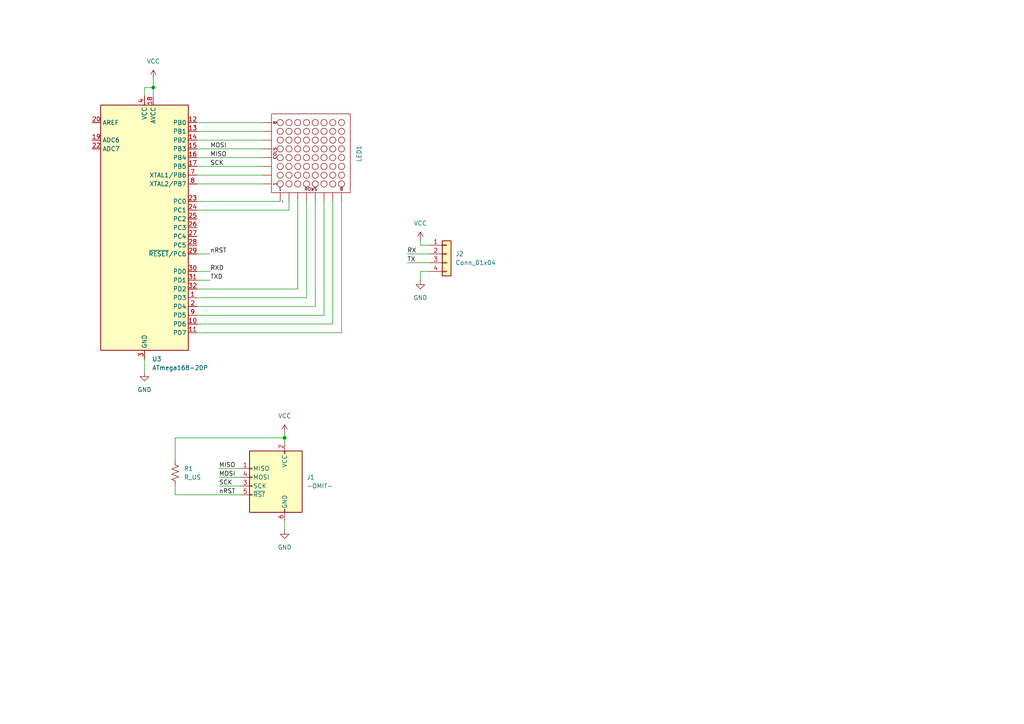
<source format=kicad_sch>
(kicad_sch (version 20230121) (generator eeschema)
  (paper "A4")
  (lib_symbols
    (symbol "Connector:AVR-ISP-6" (pin_names (offset 1.016))
      (property "Reference" "J" (at -6.35 11.43 0))
      (property "Value" "AVR-ISP-6" (at 0 11.43 0))
      (symbol "AVR-ISP-6_0_1"
        (rectangle (start -2.667 -6.858) (end -2.413 -7.62))
        (rectangle (start -2.667 10.16) (end -2.413 9.398))
        (rectangle (start 7.62 -2.413) (end 6.858 -2.667))
        (rectangle (start 7.62 0.127) (end 6.858 -0.127))
        (rectangle (start 7.62 2.667) (end 6.858 2.413))
        (rectangle (start 7.62 5.207) (end 6.858 4.953))
        (rectangle (start 7.62 10.16) (end -7.62 -7.62) (stroke (width 0.254)) (fill (type background)))
      )
      (symbol "AVR-ISP-6_1_1"
        (pin passive line (at 10.16 5.08 180) (length 2.54) (name "MISO") (number "1"))
        (pin passive line (at -2.54 12.7 270) (length 2.54) (name "VCC") (number "2"))
        (pin passive line (at 10.16 0 180) (length 2.54) (name "SCK") (number "3"))
        (pin passive line (at 10.16 2.54 180) (length 2.54) (name "MOSI") (number "4"))
        (pin passive line (at 10.16 -2.54 180) (length 2.54) (name "~{RST}") (number "5"))
        (pin passive line (at -2.54 -10.16 90) (length 2.54) (name "GND") (number "6"))
      )
    )
    (symbol "Connector_Generic:Conn_01x04" (pin_names (offset 1.016) hide)
      (property "Reference" "J" (at 0 5.08 0))
      (property "Value" "Conn_01x04" (at 0 -7.62 0))
      (symbol "Conn_01x04_1_1"
        (rectangle (start -1.27 -4.953) (end 0 -5.207) (stroke (width 0.1524)))
        (rectangle (start -1.27 -2.413) (end 0 -2.667) (stroke (width 0.1524)))
        (rectangle (start -1.27 0.127) (end 0 -0.127) (stroke (width 0.1524)))
        (rectangle (start -1.27 2.667) (end 0 2.413) (stroke (width 0.1524)))
        (rectangle (start -1.27 3.81) (end 1.27 -6.35) (stroke (width 0.254)) (fill (type background)))
        (pin passive line (at -5.08 2.54 0) (length 3.81) (name "Pin_1") (number "1"))
        (pin passive line (at -5.08 0 0) (length 3.81) (name "Pin_2") (number "2"))
        (pin passive line (at -5.08 -2.54 0) (length 3.81) (name "Pin_3") (number "3"))
        (pin passive line (at -5.08 -5.08 0) (length 3.81) (name "Pin_4") (number "4"))
      )
    )
    (symbol "Device:R_US" (pin_numbers hide) (pin_names (offset 0))
      (property "Reference" "R" (at 2.54 0 90))
      (property "Value" "R_US" (at -2.54 0 90))
      (symbol "R_US_0_1"
        (polyline (pts (xy 0 -2.286) (xy 0 -2.54)))
        (polyline (pts (xy 0 2.286) (xy 0 2.54)))
        (polyline (pts (xy 0 -0.762) (xy 1.016 -1.143) (xy 0 -1.524) (xy -1.016 -1.905) (xy 0 -2.286)))
        (polyline (pts (xy 0 0.762) (xy 1.016 0.381) (xy 0 0) (xy -1.016 -0.381) (xy 0 -0.762)))
        (polyline (pts (xy 0 2.286) (xy 1.016 1.905) (xy 0 1.524) (xy -1.016 1.143) (xy 0 0.762)))
      )
      (symbol "R_US_1_1"
        (pin passive line (at 0 3.81 270) (length 1.27) (name "~") (number "1"))
        (pin passive line (at 0 -3.81 90) (length 1.27) (name "~") (number "2"))
      )
    )
    (symbol "MCU_Microchip_ATmega:ATmega168A-A"
      (property "Reference" "U" (at -12.7 36.83 0))
      (property "Value" "ATmega168A-A" (at 2.54 -36.83 0))
      (symbol "ATmega168A-A_0_1"
        (rectangle (start -12.7 -35.56) (end 12.7 35.56) (stroke (width 0.254)) (fill (type background)))
      )
      (symbol "ATmega168A-A_1_1"
        (pin bidirectional line (at 15.24 -20.32 180) (length 2.54) (name "PD3") (number "1"))
        (pin bidirectional line (at 15.24 -27.94 180) (length 2.54) (name "PD6") (number "10"))
        (pin bidirectional line (at 15.24 -30.48 180) (length 2.54) (name "PD7") (number "11"))
        (pin bidirectional line (at 15.24 30.48 180) (length 2.54) (name "PB0") (number "12"))
        (pin bidirectional line (at 15.24 27.94 180) (length 2.54) (name "PB1") (number "13"))
        (pin bidirectional line (at 15.24 25.4 180) (length 2.54) (name "PB2") (number "14"))
        (pin bidirectional line (at 15.24 22.86 180) (length 2.54) (name "PB3") (number "15"))
        (pin bidirectional line (at 15.24 20.32 180) (length 2.54) (name "PB4") (number "16"))
        (pin bidirectional line (at 15.24 17.78 180) (length 2.54) (name "PB5") (number "17"))
        (pin power_in line (at 2.54 38.1 270) (length 2.54) (name "AVCC") (number "18"))
        (pin input line (at -15.24 25.4 0) (length 2.54) (name "ADC6") (number "19"))
        (pin bidirectional line (at 15.24 -22.86 180) (length 2.54) (name "PD4") (number "2"))
        (pin passive line (at -15.24 30.48 0) (length 2.54) (name "AREF") (number "20"))
        (pin passive line (at 0 -38.1 90) (length 2.54) hide (name "GND") (number "21"))
        (pin input line (at -15.24 22.86 0) (length 2.54) (name "ADC7") (number "22"))
        (pin bidirectional line (at 15.24 7.62 180) (length 2.54) (name "PC0") (number "23"))
        (pin bidirectional line (at 15.24 5.08 180) (length 2.54) (name "PC1") (number "24"))
        (pin bidirectional line (at 15.24 2.54 180) (length 2.54) (name "PC2") (number "25"))
        (pin bidirectional line (at 15.24 0 180) (length 2.54) (name "PC3") (number "26"))
        (pin bidirectional line (at 15.24 -2.54 180) (length 2.54) (name "PC4") (number "27"))
        (pin bidirectional line (at 15.24 -5.08 180) (length 2.54) (name "PC5") (number "28"))
        (pin bidirectional line (at 15.24 -7.62 180) (length 2.54) (name "~{RESET}/PC6") (number "29"))
        (pin power_in line (at 0 -38.1 90) (length 2.54) (name "GND") (number "3"))
        (pin bidirectional line (at 15.24 -12.7 180) (length 2.54) (name "PD0") (number "30"))
        (pin bidirectional line (at 15.24 -15.24 180) (length 2.54) (name "PD1") (number "31"))
        (pin bidirectional line (at 15.24 -17.78 180) (length 2.54) (name "PD2") (number "32"))
        (pin power_in line (at 0 38.1 270) (length 2.54) (name "VCC") (number "4"))
        (pin passive line (at 0 -38.1 90) (length 2.54) hide (name "GND") (number "5"))
        (pin passive line (at 0 38.1 270) (length 2.54) hide (name "VCC") (number "6"))
        (pin bidirectional line (at 15.24 15.24 180) (length 2.54) (name "XTAL1/PB6") (number "7"))
        (pin bidirectional line (at 15.24 12.7 180) (length 2.54) (name "XTAL2/PB7") (number "8"))
        (pin bidirectional line (at 15.24 -25.4 180) (length 2.54) (name "PD5") (number "9"))
      )
    )
    (symbol "my_led:adafruit_8x8_cc" (pin_numbers hide) (pin_names hide)
      (property "Reference" "LED" (at -3.175 9.525 0))
      (symbol "adafruit_8x8_cc_0_1"
        (rectangle (start 2.54 6.35) (end 25.4 -16.51))
        (circle (center 5.08 -13.97) (radius 0.898))
        (circle (center 5.08 -11.43) (radius 0.898))
        (circle (center 5.08 -8.89) (radius 0.898))
        (circle (center 5.08 -6.35) (radius 0.898))
        (circle (center 5.08 -3.81) (radius 0.898))
        (circle (center 5.08 -1.27) (radius 0.898))
        (circle (center 5.08 1.27) (radius 0.898))
        (circle (center 5.08 3.81) (radius 0.898))
        (circle (center 7.62 -13.97) (radius 0.898))
        (circle (center 7.62 -11.43) (radius 0.898))
        (circle (center 7.62 -8.89) (radius 0.898))
        (circle (center 7.62 -6.35) (radius 0.898))
        (circle (center 7.62 -3.81) (radius 0.898))
        (circle (center 7.62 -1.27) (radius 0.898))
        (circle (center 7.62 1.27) (radius 0.898))
        (circle (center 7.62 3.81) (radius 0.898))
        (circle (center 10.16 -13.97) (radius 0.898))
        (circle (center 10.16 -11.43) (radius 0.898))
        (circle (center 10.16 -8.89) (radius 0.898))
        (circle (center 10.16 -6.35) (radius 0.898))
        (circle (center 10.16 -3.81) (radius 0.898))
        (circle (center 10.16 -1.27) (radius 0.898))
        (circle (center 10.16 1.27) (radius 0.898))
        (circle (center 10.16 3.81) (radius 0.898))
        (circle (center 12.7 -13.97) (radius 0.898))
        (circle (center 12.7 -11.43) (radius 0.898))
        (circle (center 12.7 -8.89) (radius 0.898))
        (circle (center 12.7 -6.35) (radius 0.898))
        (circle (center 12.7 -3.81) (radius 0.898))
        (circle (center 12.7 -1.27) (radius 0.898))
        (circle (center 12.7 1.27) (radius 0.898))
        (circle (center 12.7 3.81) (radius 0.898))
        (circle (center 15.24 -13.97) (radius 0.898))
        (circle (center 15.24 -11.43) (radius 0.898))
        (circle (center 15.24 -8.89) (radius 0.898))
        (circle (center 15.24 -6.35) (radius 0.898))
        (circle (center 15.24 -3.81) (radius 0.898))
        (circle (center 15.24 -1.27) (radius 0.898))
        (circle (center 15.24 1.27) (radius 0.898))
        (circle (center 15.24 3.81) (radius 0.898))
        (circle (center 17.78 -13.97) (radius 0.898))
        (circle (center 17.78 -11.43) (radius 0.898))
        (circle (center 17.78 -8.89) (radius 0.898))
        (circle (center 17.78 -6.35) (radius 0.898))
        (circle (center 17.78 -3.81) (radius 0.898))
        (circle (center 17.78 -1.27) (radius 0.898))
        (circle (center 17.78 1.27) (radius 0.898))
        (circle (center 17.78 3.81) (radius 0.898))
        (circle (center 20.32 -13.97) (radius 0.898))
        (circle (center 20.32 -11.43) (radius 0.898))
        (circle (center 20.32 -8.89) (radius 0.898))
        (circle (center 20.32 -6.35) (radius 0.898))
        (circle (center 20.32 -3.81) (radius 0.898))
        (circle (center 20.32 -1.27) (radius 0.898))
        (circle (center 20.32 1.27) (radius 0.898))
        (circle (center 20.32 3.81) (radius 0.898))
        (circle (center 22.86 -13.97) (radius 0.898))
        (circle (center 22.86 -11.43) (radius 0.898))
        (circle (center 22.86 -8.89) (radius 0.898))
        (circle (center 22.86 -6.35) (radius 0.898))
        (circle (center 22.86 -3.81) (radius 0.898))
        (circle (center 22.86 -1.27) (radius 0.898))
        (circle (center 22.86 1.27) (radius 0.898))
        (circle (center 22.86 3.81) (radius 0.898))
      )
      (symbol "adafruit_8x8_cc_1_1"
        (text "1" (at 3.556 3.81 900) (effects (font (size 0.889 0.889))))
        (text "1" (at 5.08 5.334 0) (effects (font (size 0.889 0.889))))
        (text "8" (at 3.556 -13.97 900) (effects (font (size 0.889 0.889))))
        (text "8" (at 22.86 5.334 0) (effects (font (size 0.889 0.889))))
        (text "COLS" (at 13.97 5.334 0) (effects (font (size 0.889 0.889))))
        (text "ROWS" (at 3.556 -5.08 900) (effects (font (size 0.889 0.889))))
        (pin input line (at 0 -6.35 0) (length 2.54) (name "ROW5") (number "1"))
        (pin input line (at 12.7 8.89 270) (length 2.54) (name "COL4") (number "10"))
        (pin input line (at 17.78 8.89 270) (length 2.54) (name "COL6") (number "11"))
        (pin input line (at 0 -3.81 0) (length 2.54) (name "ROW4") (number "12"))
        (pin input line (at 5.08 8.89 270) (length 2.54) (name "COL1") (number "13"))
        (pin input line (at 0 1.27 0) (length 2.54) (name "ROW2") (number "14"))
        (pin input line (at 20.32 8.89 270) (length 2.54) (name "COL7") (number "15"))
        (pin input line (at 22.86 8.89 270) (length 2.54) (name "COL8") (number "16"))
        (pin input line (at 0 -11.43 0) (length 2.54) (name "ROW7") (number "2"))
        (pin input line (at 7.62 8.89 270) (length 2.54) (name "COL2") (number "3"))
        (pin input line (at 10.16 8.89 270) (length 2.54) (name "COL3") (number "4"))
        (pin input line (at 0 -13.97 0) (length 2.54) (name "ROW8") (number "5"))
        (pin input line (at 15.24 8.89 270) (length 2.54) (name "COL5") (number "6"))
        (pin input line (at 0 -8.89 0) (length 2.54) (name "ROW6") (number "7"))
        (pin input line (at 0 -1.27 0) (length 2.54) (name "ROW3") (number "8"))
        (pin input line (at 0 3.81 0) (length 2.54) (name "ROW1") (number "9"))
      )
    )
    (symbol "power:GND" (power) (pin_names (offset 0))
      (property "Value" "GND" (at 0 -3.81 0))
      (symbol "GND_0_1"
        (polyline (pts (xy 0 0) (xy 0 -1.27) (xy 1.27 -1.27) (xy 0 -2.54) (xy -1.27 -1.27) (xy 0 -1.27)))
      )
      (symbol "GND_1_1"
        (pin power_in line (at 0 0 270) (length 0) hide (name "GND") (number "1"))
      )
    )
    (symbol "power:VCC" (power) (pin_names (offset 0))
      (property "Value" "VCC" (at 0 3.81 0))
      (symbol "VCC_0_1"
        (polyline (pts (xy -0.762 1.27) (xy 0 2.54)))
        (polyline (pts (xy 0 0) (xy 0 2.54)))
        (polyline (pts (xy 0 2.54) (xy 0.762 1.27)))
      )
      (symbol "VCC_1_1"
        (pin power_in line (at 0 0 90) (length 0) hide (name "VCC") (number "1"))
      )
    )
  )
  (junction (at 44.45 25.4))
  (junction (at 82.55 127))
  (wire (pts (xy 57.15 83.82) (xy 86.36 83.82)))
  (wire (pts (xy 57.15 86.36) (xy 88.9 86.36)))
  (wire (pts (xy 57.15 45.72) (xy 76.2 45.72)))
  (wire (pts (xy 57.15 81.28) (xy 60.96 81.28)))
  (wire (pts (xy 44.45 22.86) (xy 44.45 25.4)))
  (wire (pts (xy 50.8 127) (xy 82.55 127)))
  (wire (pts (xy 82.55 127) (xy 82.55 128.27)))
  (wire (pts (xy 41.91 27.94) (xy 41.91 25.4)))
  (wire (pts (xy 121.92 81.28) (xy 121.92 78.74)))
  (wire (pts (xy 50.8 143.51) (xy 69.85 143.51)))
  (wire (pts (xy 50.8 133.35) (xy 50.8 127)))
  (wire (pts (xy 57.15 93.98) (xy 96.52 93.98)))
  (wire (pts (xy 91.44 88.9) (xy 91.44 58.42)))
  (wire (pts (xy 82.55 151.13) (xy 82.55 153.67)))
  (wire (pts (xy 96.52 93.98) (xy 96.52 58.42)))
  (wire (pts (xy 57.15 73.66) (xy 60.96 73.66)))
  (wire (pts (xy 118.11 73.66) (xy 124.46 73.66)))
  (wire (pts (xy 57.15 60.96) (xy 83.82 60.96)))
  (wire (pts (xy 57.15 88.9) (xy 91.44 88.9)))
  (wire (pts (xy 41.91 104.14) (xy 41.91 107.95)))
  (wire (pts (xy 118.11 76.2) (xy 124.46 76.2)))
  (wire (pts (xy 63.5 135.89) (xy 69.85 135.89)))
  (wire (pts (xy 86.36 83.82) (xy 86.36 58.42)))
  (wire (pts (xy 57.15 40.64) (xy 76.2 40.64)))
  (wire (pts (xy 41.91 25.4) (xy 44.45 25.4)))
  (wire (pts (xy 57.15 53.34) (xy 76.2 53.34)))
  (wire (pts (xy 57.15 43.18) (xy 76.2 43.18)))
  (wire (pts (xy 57.15 96.52) (xy 99.06 96.52)))
  (wire (pts (xy 50.8 143.51) (xy 50.8 140.97)))
  (wire (pts (xy 93.98 91.44) (xy 93.98 58.42)))
  (wire (pts (xy 99.06 96.52) (xy 99.06 58.42)))
  (wire (pts (xy 57.15 58.42) (xy 81.28 58.42)))
  (wire (pts (xy 63.5 138.43) (xy 69.85 138.43)))
  (wire (pts (xy 121.92 69.85) (xy 121.92 71.12)))
  (wire (pts (xy 57.15 78.74) (xy 60.96 78.74)))
  (wire (pts (xy 121.92 71.12) (xy 124.46 71.12)))
  (wire (pts (xy 57.15 91.44) (xy 93.98 91.44)))
  (wire (pts (xy 44.45 25.4) (xy 44.45 27.94)))
  (wire (pts (xy 57.15 48.26) (xy 76.2 48.26)))
  (wire (pts (xy 121.92 78.74) (xy 124.46 78.74)))
  (wire (pts (xy 82.55 125.73) (xy 82.55 127)))
  (wire (pts (xy 63.5 140.97) (xy 69.85 140.97)))
  (wire (pts (xy 83.82 60.96) (xy 83.82 58.42)))
  (wire (pts (xy 57.15 38.1) (xy 76.2 38.1)))
  (wire (pts (xy 57.15 35.56) (xy 76.2 35.56)))
  (wire (pts (xy 88.9 86.36) (xy 88.9 58.42)))
  (wire (pts (xy 57.15 50.8) (xy 76.2 50.8)))
  (label "MOSI" (at 60.96 43.18 0))
  (label "RX" (at 118.11 73.66 0))
  (label "RXD" (at 60.96 78.74 0))
  (label "MISO" (at 60.96 45.72 0))
  (label "nRST" (at 63.5 143.51 0))
  (label "MOSI" (at 63.5 138.43 0))
  (label "MISO" (at 63.5 135.89 0))
  (label "SCK" (at 60.96 48.26 0))
  (label "TX" (at 118.11 76.2 0))
  (label "TXD" (at 60.96 81.28 0))
  (label "SCK" (at 63.5 140.97 0))
  (label "nRST" (at 60.96 73.66 0))
  (symbol (lib_id "Connector:AVR-ISP-6") (at 80.01 140.97 0) (mirror y) (unit 1)
    (property "Reference" "J1" (at 88.9 138.43 0) (effects (justify right)))
    (property "Value" "-OMIT-" (at 88.9 140.97 0) (effects (justify right)))
    (property "Footprint" "Connector_PinHeader_2.54mm:PinHeader_2x03_P2.54mm_Vertical" (effects hide))
    (property "Datasheet" " ~" (effects hide))
  )
  (symbol (lib_id "MCU_Microchip_ATmega:ATmega168A-A") (at 41.91 66.04 0) (unit 1)
    (property "Reference" "U3" (at 44.1041 104.14 0) (effects (justify left)))
    (property "Value" "ATmega168-20P" (at 44.1041 106.68 0) (effects (justify left)))
    (property "Footprint" "Package_QFP:TQFP-32_7x7mm_P0.8mm" (effects hide))
    (property "Datasheet" "http://ww1.microchip.com/downloads/en/DeviceDoc/ATmega48A_88A_168A-Data-Sheet-40002007A.pdf" (effects hide))
  )
  (symbol (lib_id "power:VCC") (at 44.45 22.86 0) (unit 1)
    (property "Reference" "#PWR04" (effects hide))
    (property "Value" "VCC" (at 44.45 17.78 0))
  )
  (symbol (lib_id "power:GND") (at 121.92 81.28 0) (unit 1)
    (property "Reference" "#PWR06" (effects hide))
    (property "Value" "GND" (at 121.92 86.36 0))
  )
  (symbol (lib_id "power:VCC") (at 82.55 125.73 0) (unit 1)
    (property "Reference" "#PWR01" (effects hide))
    (property "Value" "VCC" (at 82.55 120.65 0))
  )
  (symbol (lib_id "power:VCC") (at 121.92 69.85 0) (unit 1)
    (property "Reference" "#PWR05" (effects hide))
    (property "Value" "VCC" (at 121.92 64.77 0))
  )
  (symbol (lib_id "Device:R_US") (at 50.8 137.16 0) (unit 1)
    (property "Reference" "R1" (at 53.34 135.89 0) (effects (justify left)))
    (property "Value" "R_US" (at 53.34 138.43 0) (effects (justify left)))
    (property "Footprint" "Resistor_SMD:R_0805_2012Metric_Pad1.20x1.40mm_HandSolder" (effects hide))
  )
  (symbol (lib_id "power:GND") (at 82.55 153.67 0) (unit 1)
    (property "Reference" "#PWR02" (effects hide))
    (property "Value" "GND" (at 82.55 158.75 0))
  )
  (symbol (lib_id "my_led:adafruit_8x8_cc") (at 85.09 58.42 90) (unit 1)
    (property "Reference" "LED1" (at 104.14 46.99 0) (effects (justify left)))
    (property "Value" "~" (at 81.915 58.42 0))
    (property "Footprint" "my_led_array:Adafruit_32mm_8x8" (effects hide))
  )
  (symbol (lib_id "power:GND") (at 41.91 107.95 0) (unit 1)
    (property "Reference" "#PWR03" (effects hide))
    (property "Value" "GND" (at 41.91 113.03 0))
  )
  (symbol (lib_id "Connector_Generic:Conn_01x04") (at 129.54 73.66 0) (unit 1)
    (property "Reference" "J2" (at 132.08 73.66 0) (effects (justify left)))
    (property "Value" "Conn_01x04" (at 132.08 76.2 0) (effects (justify left)))
    (property "Footprint" "Connector_PinHeader_2.54mm:PinHeader_1x04_P2.54mm_Vertical" (effects hide))
  )
)
</source>
